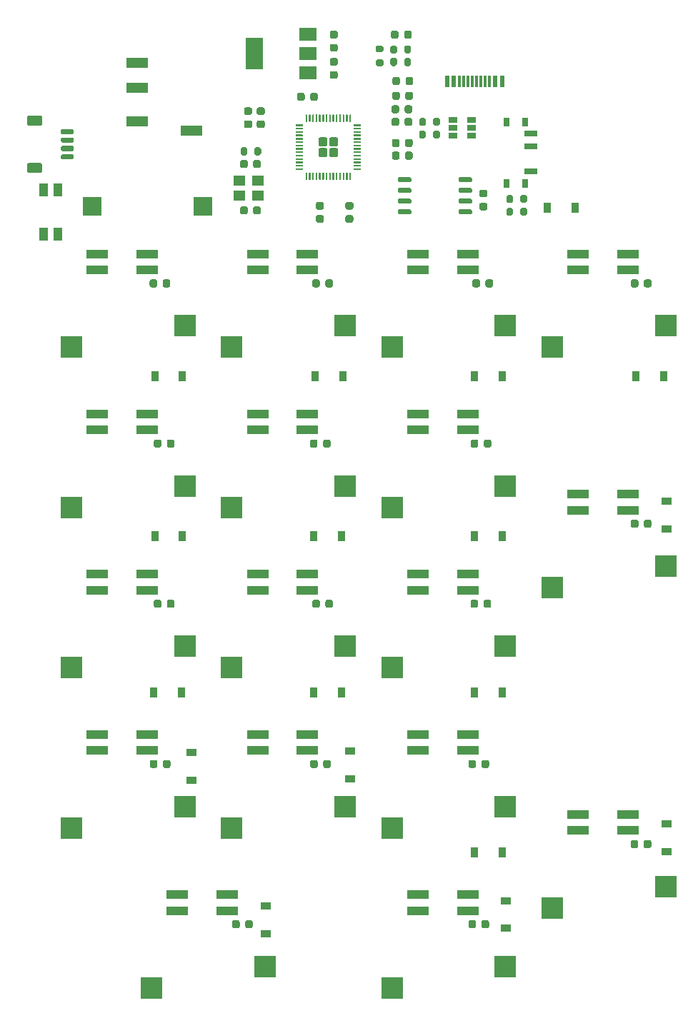
<source format=gbr>
%TF.GenerationSoftware,KiCad,Pcbnew,(5.1.10)-1*%
%TF.CreationDate,2021-11-23T18:56:39-06:00*%
%TF.ProjectId,PyKey18,50794b65-7931-4382-9e6b-696361645f70,1.0*%
%TF.SameCoordinates,Original*%
%TF.FileFunction,Paste,Bot*%
%TF.FilePolarity,Positive*%
%FSLAX46Y46*%
G04 Gerber Fmt 4.6, Leading zero omitted, Abs format (unit mm)*
G04 Created by KiCad (PCBNEW (5.1.10)-1) date 2021-11-23 18:56:39*
%MOMM*%
%LPD*%
G01*
G04 APERTURE LIST*
%ADD10R,1.060000X0.650000*%
%ADD11R,2.500000X1.100000*%
%ADD12R,2.550000X2.500000*%
%ADD13R,2.200000X2.200000*%
%ADD14R,1.400000X1.200000*%
%ADD15R,2.000000X1.500000*%
%ADD16R,2.000000X3.800000*%
%ADD17R,1.000000X1.550000*%
%ADD18R,0.800000X1.000000*%
%ADD19R,1.500000X0.700000*%
%ADD20R,2.500000X1.200000*%
%ADD21R,0.600000X1.450000*%
%ADD22R,0.300000X1.450000*%
%ADD23R,1.200000X0.900000*%
%ADD24R,0.900000X1.200000*%
G04 APERTURE END LIST*
D10*
%TO.C,U104*%
X101170000Y-63040000D03*
X101170000Y-62090000D03*
X101170000Y-63990000D03*
X103370000Y-63990000D03*
X103370000Y-63040000D03*
X103370000Y-62090000D03*
%TD*%
%TO.C,C17*%
G36*
G01*
X104575000Y-157750000D02*
X104575000Y-157250000D01*
G75*
G02*
X104800000Y-157025000I225000J0D01*
G01*
X105250000Y-157025000D01*
G75*
G02*
X105475000Y-157250000I0J-225000D01*
G01*
X105475000Y-157750000D01*
G75*
G02*
X105250000Y-157975000I-225000J0D01*
G01*
X104800000Y-157975000D01*
G75*
G02*
X104575000Y-157750000I0J225000D01*
G01*
G37*
G36*
G01*
X103025000Y-157750000D02*
X103025000Y-157250000D01*
G75*
G02*
X103250000Y-157025000I225000J0D01*
G01*
X103700000Y-157025000D01*
G75*
G02*
X103925000Y-157250000I0J-225000D01*
G01*
X103925000Y-157750000D01*
G75*
G02*
X103700000Y-157975000I-225000J0D01*
G01*
X103250000Y-157975000D01*
G75*
G02*
X103025000Y-157750000I0J225000D01*
G01*
G37*
%TD*%
%TO.C,C16*%
G36*
G01*
X76575000Y-157750000D02*
X76575000Y-157250000D01*
G75*
G02*
X76800000Y-157025000I225000J0D01*
G01*
X77250000Y-157025000D01*
G75*
G02*
X77475000Y-157250000I0J-225000D01*
G01*
X77475000Y-157750000D01*
G75*
G02*
X77250000Y-157975000I-225000J0D01*
G01*
X76800000Y-157975000D01*
G75*
G02*
X76575000Y-157750000I0J225000D01*
G01*
G37*
G36*
G01*
X75025000Y-157750000D02*
X75025000Y-157250000D01*
G75*
G02*
X75250000Y-157025000I225000J0D01*
G01*
X75700000Y-157025000D01*
G75*
G02*
X75925000Y-157250000I0J-225000D01*
G01*
X75925000Y-157750000D01*
G75*
G02*
X75700000Y-157975000I-225000J0D01*
G01*
X75250000Y-157975000D01*
G75*
G02*
X75025000Y-157750000I0J225000D01*
G01*
G37*
%TD*%
%TO.C,C15*%
G36*
G01*
X123800000Y-148250000D02*
X123800000Y-147750000D01*
G75*
G02*
X124025000Y-147525000I225000J0D01*
G01*
X124475000Y-147525000D01*
G75*
G02*
X124700000Y-147750000I0J-225000D01*
G01*
X124700000Y-148250000D01*
G75*
G02*
X124475000Y-148475000I-225000J0D01*
G01*
X124025000Y-148475000D01*
G75*
G02*
X123800000Y-148250000I0J225000D01*
G01*
G37*
G36*
G01*
X122250000Y-148250000D02*
X122250000Y-147750000D01*
G75*
G02*
X122475000Y-147525000I225000J0D01*
G01*
X122925000Y-147525000D01*
G75*
G02*
X123150000Y-147750000I0J-225000D01*
G01*
X123150000Y-148250000D01*
G75*
G02*
X122925000Y-148475000I-225000J0D01*
G01*
X122475000Y-148475000D01*
G75*
G02*
X122250000Y-148250000I0J225000D01*
G01*
G37*
%TD*%
%TO.C,C14*%
G36*
G01*
X104575000Y-138750000D02*
X104575000Y-138250000D01*
G75*
G02*
X104800000Y-138025000I225000J0D01*
G01*
X105250000Y-138025000D01*
G75*
G02*
X105475000Y-138250000I0J-225000D01*
G01*
X105475000Y-138750000D01*
G75*
G02*
X105250000Y-138975000I-225000J0D01*
G01*
X104800000Y-138975000D01*
G75*
G02*
X104575000Y-138750000I0J225000D01*
G01*
G37*
G36*
G01*
X103025000Y-138750000D02*
X103025000Y-138250000D01*
G75*
G02*
X103250000Y-138025000I225000J0D01*
G01*
X103700000Y-138025000D01*
G75*
G02*
X103925000Y-138250000I0J-225000D01*
G01*
X103925000Y-138750000D01*
G75*
G02*
X103700000Y-138975000I-225000J0D01*
G01*
X103250000Y-138975000D01*
G75*
G02*
X103025000Y-138750000I0J225000D01*
G01*
G37*
%TD*%
%TO.C,C13*%
G36*
G01*
X85825000Y-138750000D02*
X85825000Y-138250000D01*
G75*
G02*
X86050000Y-138025000I225000J0D01*
G01*
X86500000Y-138025000D01*
G75*
G02*
X86725000Y-138250000I0J-225000D01*
G01*
X86725000Y-138750000D01*
G75*
G02*
X86500000Y-138975000I-225000J0D01*
G01*
X86050000Y-138975000D01*
G75*
G02*
X85825000Y-138750000I0J225000D01*
G01*
G37*
G36*
G01*
X84275000Y-138750000D02*
X84275000Y-138250000D01*
G75*
G02*
X84500000Y-138025000I225000J0D01*
G01*
X84950000Y-138025000D01*
G75*
G02*
X85175000Y-138250000I0J-225000D01*
G01*
X85175000Y-138750000D01*
G75*
G02*
X84950000Y-138975000I-225000J0D01*
G01*
X84500000Y-138975000D01*
G75*
G02*
X84275000Y-138750000I0J225000D01*
G01*
G37*
%TD*%
%TO.C,C12*%
G36*
G01*
X66825000Y-138750000D02*
X66825000Y-138250000D01*
G75*
G02*
X67050000Y-138025000I225000J0D01*
G01*
X67500000Y-138025000D01*
G75*
G02*
X67725000Y-138250000I0J-225000D01*
G01*
X67725000Y-138750000D01*
G75*
G02*
X67500000Y-138975000I-225000J0D01*
G01*
X67050000Y-138975000D01*
G75*
G02*
X66825000Y-138750000I0J225000D01*
G01*
G37*
G36*
G01*
X65275000Y-138750000D02*
X65275000Y-138250000D01*
G75*
G02*
X65500000Y-138025000I225000J0D01*
G01*
X65950000Y-138025000D01*
G75*
G02*
X66175000Y-138250000I0J-225000D01*
G01*
X66175000Y-138750000D01*
G75*
G02*
X65950000Y-138975000I-225000J0D01*
G01*
X65500000Y-138975000D01*
G75*
G02*
X65275000Y-138750000I0J225000D01*
G01*
G37*
%TD*%
%TO.C,C11*%
G36*
G01*
X123825000Y-110250000D02*
X123825000Y-109750000D01*
G75*
G02*
X124050000Y-109525000I225000J0D01*
G01*
X124500000Y-109525000D01*
G75*
G02*
X124725000Y-109750000I0J-225000D01*
G01*
X124725000Y-110250000D01*
G75*
G02*
X124500000Y-110475000I-225000J0D01*
G01*
X124050000Y-110475000D01*
G75*
G02*
X123825000Y-110250000I0J225000D01*
G01*
G37*
G36*
G01*
X122275000Y-110250000D02*
X122275000Y-109750000D01*
G75*
G02*
X122500000Y-109525000I225000J0D01*
G01*
X122950000Y-109525000D01*
G75*
G02*
X123175000Y-109750000I0J-225000D01*
G01*
X123175000Y-110250000D01*
G75*
G02*
X122950000Y-110475000I-225000J0D01*
G01*
X122500000Y-110475000D01*
G75*
G02*
X122275000Y-110250000I0J225000D01*
G01*
G37*
%TD*%
%TO.C,C10*%
G36*
G01*
X104825000Y-119750000D02*
X104825000Y-119250000D01*
G75*
G02*
X105050000Y-119025000I225000J0D01*
G01*
X105500000Y-119025000D01*
G75*
G02*
X105725000Y-119250000I0J-225000D01*
G01*
X105725000Y-119750000D01*
G75*
G02*
X105500000Y-119975000I-225000J0D01*
G01*
X105050000Y-119975000D01*
G75*
G02*
X104825000Y-119750000I0J225000D01*
G01*
G37*
G36*
G01*
X103275000Y-119750000D02*
X103275000Y-119250000D01*
G75*
G02*
X103500000Y-119025000I225000J0D01*
G01*
X103950000Y-119025000D01*
G75*
G02*
X104175000Y-119250000I0J-225000D01*
G01*
X104175000Y-119750000D01*
G75*
G02*
X103950000Y-119975000I-225000J0D01*
G01*
X103500000Y-119975000D01*
G75*
G02*
X103275000Y-119750000I0J225000D01*
G01*
G37*
%TD*%
%TO.C,C9*%
G36*
G01*
X86075000Y-119750000D02*
X86075000Y-119250000D01*
G75*
G02*
X86300000Y-119025000I225000J0D01*
G01*
X86750000Y-119025000D01*
G75*
G02*
X86975000Y-119250000I0J-225000D01*
G01*
X86975000Y-119750000D01*
G75*
G02*
X86750000Y-119975000I-225000J0D01*
G01*
X86300000Y-119975000D01*
G75*
G02*
X86075000Y-119750000I0J225000D01*
G01*
G37*
G36*
G01*
X84525000Y-119750000D02*
X84525000Y-119250000D01*
G75*
G02*
X84750000Y-119025000I225000J0D01*
G01*
X85200000Y-119025000D01*
G75*
G02*
X85425000Y-119250000I0J-225000D01*
G01*
X85425000Y-119750000D01*
G75*
G02*
X85200000Y-119975000I-225000J0D01*
G01*
X84750000Y-119975000D01*
G75*
G02*
X84525000Y-119750000I0J225000D01*
G01*
G37*
%TD*%
%TO.C,C8*%
G36*
G01*
X67300000Y-119750000D02*
X67300000Y-119250000D01*
G75*
G02*
X67525000Y-119025000I225000J0D01*
G01*
X67975000Y-119025000D01*
G75*
G02*
X68200000Y-119250000I0J-225000D01*
G01*
X68200000Y-119750000D01*
G75*
G02*
X67975000Y-119975000I-225000J0D01*
G01*
X67525000Y-119975000D01*
G75*
G02*
X67300000Y-119750000I0J225000D01*
G01*
G37*
G36*
G01*
X65750000Y-119750000D02*
X65750000Y-119250000D01*
G75*
G02*
X65975000Y-119025000I225000J0D01*
G01*
X66425000Y-119025000D01*
G75*
G02*
X66650000Y-119250000I0J-225000D01*
G01*
X66650000Y-119750000D01*
G75*
G02*
X66425000Y-119975000I-225000J0D01*
G01*
X65975000Y-119975000D01*
G75*
G02*
X65750000Y-119750000I0J225000D01*
G01*
G37*
%TD*%
%TO.C,C7*%
G36*
G01*
X104850000Y-100750000D02*
X104850000Y-100250000D01*
G75*
G02*
X105075000Y-100025000I225000J0D01*
G01*
X105525000Y-100025000D01*
G75*
G02*
X105750000Y-100250000I0J-225000D01*
G01*
X105750000Y-100750000D01*
G75*
G02*
X105525000Y-100975000I-225000J0D01*
G01*
X105075000Y-100975000D01*
G75*
G02*
X104850000Y-100750000I0J225000D01*
G01*
G37*
G36*
G01*
X103300000Y-100750000D02*
X103300000Y-100250000D01*
G75*
G02*
X103525000Y-100025000I225000J0D01*
G01*
X103975000Y-100025000D01*
G75*
G02*
X104200000Y-100250000I0J-225000D01*
G01*
X104200000Y-100750000D01*
G75*
G02*
X103975000Y-100975000I-225000J0D01*
G01*
X103525000Y-100975000D01*
G75*
G02*
X103300000Y-100750000I0J225000D01*
G01*
G37*
%TD*%
%TO.C,C6*%
G36*
G01*
X85800000Y-100750000D02*
X85800000Y-100250000D01*
G75*
G02*
X86025000Y-100025000I225000J0D01*
G01*
X86475000Y-100025000D01*
G75*
G02*
X86700000Y-100250000I0J-225000D01*
G01*
X86700000Y-100750000D01*
G75*
G02*
X86475000Y-100975000I-225000J0D01*
G01*
X86025000Y-100975000D01*
G75*
G02*
X85800000Y-100750000I0J225000D01*
G01*
G37*
G36*
G01*
X84250000Y-100750000D02*
X84250000Y-100250000D01*
G75*
G02*
X84475000Y-100025000I225000J0D01*
G01*
X84925000Y-100025000D01*
G75*
G02*
X85150000Y-100250000I0J-225000D01*
G01*
X85150000Y-100750000D01*
G75*
G02*
X84925000Y-100975000I-225000J0D01*
G01*
X84475000Y-100975000D01*
G75*
G02*
X84250000Y-100750000I0J225000D01*
G01*
G37*
%TD*%
%TO.C,C5*%
G36*
G01*
X67300000Y-100750000D02*
X67300000Y-100250000D01*
G75*
G02*
X67525000Y-100025000I225000J0D01*
G01*
X67975000Y-100025000D01*
G75*
G02*
X68200000Y-100250000I0J-225000D01*
G01*
X68200000Y-100750000D01*
G75*
G02*
X67975000Y-100975000I-225000J0D01*
G01*
X67525000Y-100975000D01*
G75*
G02*
X67300000Y-100750000I0J225000D01*
G01*
G37*
G36*
G01*
X65750000Y-100750000D02*
X65750000Y-100250000D01*
G75*
G02*
X65975000Y-100025000I225000J0D01*
G01*
X66425000Y-100025000D01*
G75*
G02*
X66650000Y-100250000I0J-225000D01*
G01*
X66650000Y-100750000D01*
G75*
G02*
X66425000Y-100975000I-225000J0D01*
G01*
X65975000Y-100975000D01*
G75*
G02*
X65750000Y-100750000I0J225000D01*
G01*
G37*
%TD*%
%TO.C,C4*%
G36*
G01*
X123825000Y-81750000D02*
X123825000Y-81250000D01*
G75*
G02*
X124050000Y-81025000I225000J0D01*
G01*
X124500000Y-81025000D01*
G75*
G02*
X124725000Y-81250000I0J-225000D01*
G01*
X124725000Y-81750000D01*
G75*
G02*
X124500000Y-81975000I-225000J0D01*
G01*
X124050000Y-81975000D01*
G75*
G02*
X123825000Y-81750000I0J225000D01*
G01*
G37*
G36*
G01*
X122275000Y-81750000D02*
X122275000Y-81250000D01*
G75*
G02*
X122500000Y-81025000I225000J0D01*
G01*
X122950000Y-81025000D01*
G75*
G02*
X123175000Y-81250000I0J-225000D01*
G01*
X123175000Y-81750000D01*
G75*
G02*
X122950000Y-81975000I-225000J0D01*
G01*
X122500000Y-81975000D01*
G75*
G02*
X122275000Y-81750000I0J225000D01*
G01*
G37*
%TD*%
%TO.C,C3*%
G36*
G01*
X105050000Y-81750000D02*
X105050000Y-81250000D01*
G75*
G02*
X105275000Y-81025000I225000J0D01*
G01*
X105725000Y-81025000D01*
G75*
G02*
X105950000Y-81250000I0J-225000D01*
G01*
X105950000Y-81750000D01*
G75*
G02*
X105725000Y-81975000I-225000J0D01*
G01*
X105275000Y-81975000D01*
G75*
G02*
X105050000Y-81750000I0J225000D01*
G01*
G37*
G36*
G01*
X103500000Y-81750000D02*
X103500000Y-81250000D01*
G75*
G02*
X103725000Y-81025000I225000J0D01*
G01*
X104175000Y-81025000D01*
G75*
G02*
X104400000Y-81250000I0J-225000D01*
G01*
X104400000Y-81750000D01*
G75*
G02*
X104175000Y-81975000I-225000J0D01*
G01*
X103725000Y-81975000D01*
G75*
G02*
X103500000Y-81750000I0J225000D01*
G01*
G37*
%TD*%
%TO.C,C2*%
G36*
G01*
X86075000Y-81750000D02*
X86075000Y-81250000D01*
G75*
G02*
X86300000Y-81025000I225000J0D01*
G01*
X86750000Y-81025000D01*
G75*
G02*
X86975000Y-81250000I0J-225000D01*
G01*
X86975000Y-81750000D01*
G75*
G02*
X86750000Y-81975000I-225000J0D01*
G01*
X86300000Y-81975000D01*
G75*
G02*
X86075000Y-81750000I0J225000D01*
G01*
G37*
G36*
G01*
X84525000Y-81750000D02*
X84525000Y-81250000D01*
G75*
G02*
X84750000Y-81025000I225000J0D01*
G01*
X85200000Y-81025000D01*
G75*
G02*
X85425000Y-81250000I0J-225000D01*
G01*
X85425000Y-81750000D01*
G75*
G02*
X85200000Y-81975000I-225000J0D01*
G01*
X84750000Y-81975000D01*
G75*
G02*
X84525000Y-81750000I0J225000D01*
G01*
G37*
%TD*%
%TO.C,C1*%
G36*
G01*
X66800000Y-81750000D02*
X66800000Y-81250000D01*
G75*
G02*
X67025000Y-81025000I225000J0D01*
G01*
X67475000Y-81025000D01*
G75*
G02*
X67700000Y-81250000I0J-225000D01*
G01*
X67700000Y-81750000D01*
G75*
G02*
X67475000Y-81975000I-225000J0D01*
G01*
X67025000Y-81975000D01*
G75*
G02*
X66800000Y-81750000I0J225000D01*
G01*
G37*
G36*
G01*
X65250000Y-81750000D02*
X65250000Y-81250000D01*
G75*
G02*
X65475000Y-81025000I225000J0D01*
G01*
X65925000Y-81025000D01*
G75*
G02*
X66150000Y-81250000I0J-225000D01*
G01*
X66150000Y-81750000D01*
G75*
G02*
X65925000Y-81975000I-225000J0D01*
G01*
X65475000Y-81975000D01*
G75*
G02*
X65250000Y-81750000I0J225000D01*
G01*
G37*
%TD*%
D11*
%TO.C,U16*%
X116050000Y-144500000D03*
X116050000Y-146400000D03*
X121950000Y-144500000D03*
X121950000Y-146400000D03*
D12*
X112985000Y-155580000D03*
X126410000Y-153040000D03*
%TD*%
D11*
%TO.C,U12*%
X116050000Y-106500000D03*
X116050000Y-108400000D03*
X121950000Y-106500000D03*
X121950000Y-108400000D03*
D12*
X112985000Y-117580000D03*
X126410000Y-115040000D03*
%TD*%
D11*
%TO.C,U17*%
X68550000Y-154000000D03*
X68550000Y-155900000D03*
X74450000Y-154000000D03*
X74450000Y-155900000D03*
D12*
X65485000Y-165080000D03*
X78910000Y-162540000D03*
%TD*%
D11*
%TO.C,U3*%
X97050000Y-78000000D03*
X97050000Y-79900000D03*
X102950000Y-78000000D03*
X102950000Y-79900000D03*
D12*
X93985000Y-89080000D03*
X107410000Y-86540000D03*
%TD*%
D13*
%TO.C,LS1*%
X71600000Y-72390000D03*
X58400000Y-72390000D03*
%TD*%
D14*
%TO.C,Y1*%
X78119999Y-69349999D03*
X75919999Y-69349999D03*
X75919999Y-71049999D03*
X78119999Y-71049999D03*
%TD*%
D15*
%TO.C,U103*%
X83969999Y-51950002D03*
X83969999Y-56550002D03*
X83969999Y-54250002D03*
D16*
X77669999Y-54250002D03*
%TD*%
%TO.C,U102*%
G36*
G01*
X101860000Y-73175000D02*
X101860000Y-72875000D01*
G75*
G02*
X102010000Y-72725000I150000J0D01*
G01*
X103310000Y-72725000D01*
G75*
G02*
X103460000Y-72875000I0J-150000D01*
G01*
X103460000Y-73175000D01*
G75*
G02*
X103310000Y-73325000I-150000J0D01*
G01*
X102010000Y-73325000D01*
G75*
G02*
X101860000Y-73175000I0J150000D01*
G01*
G37*
G36*
G01*
X101860000Y-71905000D02*
X101860000Y-71605000D01*
G75*
G02*
X102010000Y-71455000I150000J0D01*
G01*
X103310000Y-71455000D01*
G75*
G02*
X103460000Y-71605000I0J-150000D01*
G01*
X103460000Y-71905000D01*
G75*
G02*
X103310000Y-72055000I-150000J0D01*
G01*
X102010000Y-72055000D01*
G75*
G02*
X101860000Y-71905000I0J150000D01*
G01*
G37*
G36*
G01*
X101860000Y-70635000D02*
X101860000Y-70335000D01*
G75*
G02*
X102010000Y-70185000I150000J0D01*
G01*
X103310000Y-70185000D01*
G75*
G02*
X103460000Y-70335000I0J-150000D01*
G01*
X103460000Y-70635000D01*
G75*
G02*
X103310000Y-70785000I-150000J0D01*
G01*
X102010000Y-70785000D01*
G75*
G02*
X101860000Y-70635000I0J150000D01*
G01*
G37*
G36*
G01*
X101860000Y-69365000D02*
X101860000Y-69065000D01*
G75*
G02*
X102010000Y-68915000I150000J0D01*
G01*
X103310000Y-68915000D01*
G75*
G02*
X103460000Y-69065000I0J-150000D01*
G01*
X103460000Y-69365000D01*
G75*
G02*
X103310000Y-69515000I-150000J0D01*
G01*
X102010000Y-69515000D01*
G75*
G02*
X101860000Y-69365000I0J150000D01*
G01*
G37*
G36*
G01*
X94660000Y-69365000D02*
X94660000Y-69065000D01*
G75*
G02*
X94810000Y-68915000I150000J0D01*
G01*
X96110000Y-68915000D01*
G75*
G02*
X96260000Y-69065000I0J-150000D01*
G01*
X96260000Y-69365000D01*
G75*
G02*
X96110000Y-69515000I-150000J0D01*
G01*
X94810000Y-69515000D01*
G75*
G02*
X94660000Y-69365000I0J150000D01*
G01*
G37*
G36*
G01*
X94660000Y-70635000D02*
X94660000Y-70335000D01*
G75*
G02*
X94810000Y-70185000I150000J0D01*
G01*
X96110000Y-70185000D01*
G75*
G02*
X96260000Y-70335000I0J-150000D01*
G01*
X96260000Y-70635000D01*
G75*
G02*
X96110000Y-70785000I-150000J0D01*
G01*
X94810000Y-70785000D01*
G75*
G02*
X94660000Y-70635000I0J150000D01*
G01*
G37*
G36*
G01*
X94660000Y-71905000D02*
X94660000Y-71605000D01*
G75*
G02*
X94810000Y-71455000I150000J0D01*
G01*
X96110000Y-71455000D01*
G75*
G02*
X96260000Y-71605000I0J-150000D01*
G01*
X96260000Y-71905000D01*
G75*
G02*
X96110000Y-72055000I-150000J0D01*
G01*
X94810000Y-72055000D01*
G75*
G02*
X94660000Y-71905000I0J150000D01*
G01*
G37*
G36*
G01*
X94660000Y-73175000D02*
X94660000Y-72875000D01*
G75*
G02*
X94810000Y-72725000I150000J0D01*
G01*
X96110000Y-72725000D01*
G75*
G02*
X96260000Y-72875000I0J-150000D01*
G01*
X96260000Y-73175000D01*
G75*
G02*
X96110000Y-73325000I-150000J0D01*
G01*
X94810000Y-73325000D01*
G75*
G02*
X94660000Y-73175000I0J150000D01*
G01*
G37*
%TD*%
%TO.C,U101*%
G36*
G01*
X87349718Y-66529714D02*
X86765284Y-66529714D01*
G75*
G02*
X86515284Y-66279714I0J250000D01*
G01*
X86515284Y-65695280D01*
G75*
G02*
X86765284Y-65445280I250000J0D01*
G01*
X87349718Y-65445280D01*
G75*
G02*
X87599718Y-65695280I0J-250000D01*
G01*
X87599718Y-66279714D01*
G75*
G02*
X87349718Y-66529714I-250000J0D01*
G01*
G37*
G36*
G01*
X86074718Y-66529714D02*
X85490284Y-66529714D01*
G75*
G02*
X85240284Y-66279714I0J250000D01*
G01*
X85240284Y-65695280D01*
G75*
G02*
X85490284Y-65445280I250000J0D01*
G01*
X86074718Y-65445280D01*
G75*
G02*
X86324718Y-65695280I0J-250000D01*
G01*
X86324718Y-66279714D01*
G75*
G02*
X86074718Y-66529714I-250000J0D01*
G01*
G37*
G36*
G01*
X87349718Y-65254714D02*
X86765284Y-65254714D01*
G75*
G02*
X86515284Y-65004714I0J250000D01*
G01*
X86515284Y-64420280D01*
G75*
G02*
X86765284Y-64170280I250000J0D01*
G01*
X87349718Y-64170280D01*
G75*
G02*
X87599718Y-64420280I0J-250000D01*
G01*
X87599718Y-65004714D01*
G75*
G02*
X87349718Y-65254714I-250000J0D01*
G01*
G37*
G36*
G01*
X86074718Y-65254714D02*
X85490284Y-65254714D01*
G75*
G02*
X85240284Y-65004714I0J250000D01*
G01*
X85240284Y-64420280D01*
G75*
G02*
X85490284Y-64170280I250000J0D01*
G01*
X86074718Y-64170280D01*
G75*
G02*
X86324718Y-64420280I0J-250000D01*
G01*
X86324718Y-65004714D01*
G75*
G02*
X86074718Y-65254714I-250000J0D01*
G01*
G37*
G36*
G01*
X89070001Y-69224997D02*
X88970001Y-69224997D01*
G75*
G02*
X88920001Y-69174997I0J50000D01*
G01*
X88920001Y-68399997D01*
G75*
G02*
X88970001Y-68349997I50000J0D01*
G01*
X89070001Y-68349997D01*
G75*
G02*
X89120001Y-68399997I0J-50000D01*
G01*
X89120001Y-69174997D01*
G75*
G02*
X89070001Y-69224997I-50000J0D01*
G01*
G37*
G36*
G01*
X88670001Y-69224997D02*
X88570001Y-69224997D01*
G75*
G02*
X88520001Y-69174997I0J50000D01*
G01*
X88520001Y-68399997D01*
G75*
G02*
X88570001Y-68349997I50000J0D01*
G01*
X88670001Y-68349997D01*
G75*
G02*
X88720001Y-68399997I0J-50000D01*
G01*
X88720001Y-69174997D01*
G75*
G02*
X88670001Y-69224997I-50000J0D01*
G01*
G37*
G36*
G01*
X88270001Y-69224997D02*
X88170001Y-69224997D01*
G75*
G02*
X88120001Y-69174997I0J50000D01*
G01*
X88120001Y-68399997D01*
G75*
G02*
X88170001Y-68349997I50000J0D01*
G01*
X88270001Y-68349997D01*
G75*
G02*
X88320001Y-68399997I0J-50000D01*
G01*
X88320001Y-69174997D01*
G75*
G02*
X88270001Y-69224997I-50000J0D01*
G01*
G37*
G36*
G01*
X87870001Y-69224997D02*
X87770001Y-69224997D01*
G75*
G02*
X87720001Y-69174997I0J50000D01*
G01*
X87720001Y-68399997D01*
G75*
G02*
X87770001Y-68349997I50000J0D01*
G01*
X87870001Y-68349997D01*
G75*
G02*
X87920001Y-68399997I0J-50000D01*
G01*
X87920001Y-69174997D01*
G75*
G02*
X87870001Y-69224997I-50000J0D01*
G01*
G37*
G36*
G01*
X87470001Y-69224997D02*
X87370001Y-69224997D01*
G75*
G02*
X87320001Y-69174997I0J50000D01*
G01*
X87320001Y-68399997D01*
G75*
G02*
X87370001Y-68349997I50000J0D01*
G01*
X87470001Y-68349997D01*
G75*
G02*
X87520001Y-68399997I0J-50000D01*
G01*
X87520001Y-69174997D01*
G75*
G02*
X87470001Y-69224997I-50000J0D01*
G01*
G37*
G36*
G01*
X87070001Y-69224997D02*
X86970001Y-69224997D01*
G75*
G02*
X86920001Y-69174997I0J50000D01*
G01*
X86920001Y-68399997D01*
G75*
G02*
X86970001Y-68349997I50000J0D01*
G01*
X87070001Y-68349997D01*
G75*
G02*
X87120001Y-68399997I0J-50000D01*
G01*
X87120001Y-69174997D01*
G75*
G02*
X87070001Y-69224997I-50000J0D01*
G01*
G37*
G36*
G01*
X86670001Y-69224997D02*
X86570001Y-69224997D01*
G75*
G02*
X86520001Y-69174997I0J50000D01*
G01*
X86520001Y-68399997D01*
G75*
G02*
X86570001Y-68349997I50000J0D01*
G01*
X86670001Y-68349997D01*
G75*
G02*
X86720001Y-68399997I0J-50000D01*
G01*
X86720001Y-69174997D01*
G75*
G02*
X86670001Y-69224997I-50000J0D01*
G01*
G37*
G36*
G01*
X86270001Y-69224997D02*
X86170001Y-69224997D01*
G75*
G02*
X86120001Y-69174997I0J50000D01*
G01*
X86120001Y-68399997D01*
G75*
G02*
X86170001Y-68349997I50000J0D01*
G01*
X86270001Y-68349997D01*
G75*
G02*
X86320001Y-68399997I0J-50000D01*
G01*
X86320001Y-69174997D01*
G75*
G02*
X86270001Y-69224997I-50000J0D01*
G01*
G37*
G36*
G01*
X85870001Y-69224997D02*
X85770001Y-69224997D01*
G75*
G02*
X85720001Y-69174997I0J50000D01*
G01*
X85720001Y-68399997D01*
G75*
G02*
X85770001Y-68349997I50000J0D01*
G01*
X85870001Y-68349997D01*
G75*
G02*
X85920001Y-68399997I0J-50000D01*
G01*
X85920001Y-69174997D01*
G75*
G02*
X85870001Y-69224997I-50000J0D01*
G01*
G37*
G36*
G01*
X85470001Y-69224997D02*
X85370001Y-69224997D01*
G75*
G02*
X85320001Y-69174997I0J50000D01*
G01*
X85320001Y-68399997D01*
G75*
G02*
X85370001Y-68349997I50000J0D01*
G01*
X85470001Y-68349997D01*
G75*
G02*
X85520001Y-68399997I0J-50000D01*
G01*
X85520001Y-69174997D01*
G75*
G02*
X85470001Y-69224997I-50000J0D01*
G01*
G37*
G36*
G01*
X85070001Y-69224997D02*
X84970001Y-69224997D01*
G75*
G02*
X84920001Y-69174997I0J50000D01*
G01*
X84920001Y-68399997D01*
G75*
G02*
X84970001Y-68349997I50000J0D01*
G01*
X85070001Y-68349997D01*
G75*
G02*
X85120001Y-68399997I0J-50000D01*
G01*
X85120001Y-69174997D01*
G75*
G02*
X85070001Y-69224997I-50000J0D01*
G01*
G37*
G36*
G01*
X84670001Y-69224997D02*
X84570001Y-69224997D01*
G75*
G02*
X84520001Y-69174997I0J50000D01*
G01*
X84520001Y-68399997D01*
G75*
G02*
X84570001Y-68349997I50000J0D01*
G01*
X84670001Y-68349997D01*
G75*
G02*
X84720001Y-68399997I0J-50000D01*
G01*
X84720001Y-69174997D01*
G75*
G02*
X84670001Y-69224997I-50000J0D01*
G01*
G37*
G36*
G01*
X84270001Y-69224997D02*
X84170001Y-69224997D01*
G75*
G02*
X84120001Y-69174997I0J50000D01*
G01*
X84120001Y-68399997D01*
G75*
G02*
X84170001Y-68349997I50000J0D01*
G01*
X84270001Y-68349997D01*
G75*
G02*
X84320001Y-68399997I0J-50000D01*
G01*
X84320001Y-69174997D01*
G75*
G02*
X84270001Y-69224997I-50000J0D01*
G01*
G37*
G36*
G01*
X83870001Y-69224997D02*
X83770001Y-69224997D01*
G75*
G02*
X83720001Y-69174997I0J50000D01*
G01*
X83720001Y-68399997D01*
G75*
G02*
X83770001Y-68349997I50000J0D01*
G01*
X83870001Y-68349997D01*
G75*
G02*
X83920001Y-68399997I0J-50000D01*
G01*
X83920001Y-69174997D01*
G75*
G02*
X83870001Y-69224997I-50000J0D01*
G01*
G37*
G36*
G01*
X83370001Y-68049997D02*
X82595001Y-68049997D01*
G75*
G02*
X82545001Y-67999997I0J50000D01*
G01*
X82545001Y-67899997D01*
G75*
G02*
X82595001Y-67849997I50000J0D01*
G01*
X83370001Y-67849997D01*
G75*
G02*
X83420001Y-67899997I0J-50000D01*
G01*
X83420001Y-67999997D01*
G75*
G02*
X83370001Y-68049997I-50000J0D01*
G01*
G37*
G36*
G01*
X83370001Y-67649997D02*
X82595001Y-67649997D01*
G75*
G02*
X82545001Y-67599997I0J50000D01*
G01*
X82545001Y-67499997D01*
G75*
G02*
X82595001Y-67449997I50000J0D01*
G01*
X83370001Y-67449997D01*
G75*
G02*
X83420001Y-67499997I0J-50000D01*
G01*
X83420001Y-67599997D01*
G75*
G02*
X83370001Y-67649997I-50000J0D01*
G01*
G37*
G36*
G01*
X83370001Y-67249997D02*
X82595001Y-67249997D01*
G75*
G02*
X82545001Y-67199997I0J50000D01*
G01*
X82545001Y-67099997D01*
G75*
G02*
X82595001Y-67049997I50000J0D01*
G01*
X83370001Y-67049997D01*
G75*
G02*
X83420001Y-67099997I0J-50000D01*
G01*
X83420001Y-67199997D01*
G75*
G02*
X83370001Y-67249997I-50000J0D01*
G01*
G37*
G36*
G01*
X83370001Y-66849997D02*
X82595001Y-66849997D01*
G75*
G02*
X82545001Y-66799997I0J50000D01*
G01*
X82545001Y-66699997D01*
G75*
G02*
X82595001Y-66649997I50000J0D01*
G01*
X83370001Y-66649997D01*
G75*
G02*
X83420001Y-66699997I0J-50000D01*
G01*
X83420001Y-66799997D01*
G75*
G02*
X83370001Y-66849997I-50000J0D01*
G01*
G37*
G36*
G01*
X83370001Y-66449997D02*
X82595001Y-66449997D01*
G75*
G02*
X82545001Y-66399997I0J50000D01*
G01*
X82545001Y-66299997D01*
G75*
G02*
X82595001Y-66249997I50000J0D01*
G01*
X83370001Y-66249997D01*
G75*
G02*
X83420001Y-66299997I0J-50000D01*
G01*
X83420001Y-66399997D01*
G75*
G02*
X83370001Y-66449997I-50000J0D01*
G01*
G37*
G36*
G01*
X83370001Y-66049997D02*
X82595001Y-66049997D01*
G75*
G02*
X82545001Y-65999997I0J50000D01*
G01*
X82545001Y-65899997D01*
G75*
G02*
X82595001Y-65849997I50000J0D01*
G01*
X83370001Y-65849997D01*
G75*
G02*
X83420001Y-65899997I0J-50000D01*
G01*
X83420001Y-65999997D01*
G75*
G02*
X83370001Y-66049997I-50000J0D01*
G01*
G37*
G36*
G01*
X83370001Y-65649997D02*
X82595001Y-65649997D01*
G75*
G02*
X82545001Y-65599997I0J50000D01*
G01*
X82545001Y-65499997D01*
G75*
G02*
X82595001Y-65449997I50000J0D01*
G01*
X83370001Y-65449997D01*
G75*
G02*
X83420001Y-65499997I0J-50000D01*
G01*
X83420001Y-65599997D01*
G75*
G02*
X83370001Y-65649997I-50000J0D01*
G01*
G37*
G36*
G01*
X83370001Y-65249997D02*
X82595001Y-65249997D01*
G75*
G02*
X82545001Y-65199997I0J50000D01*
G01*
X82545001Y-65099997D01*
G75*
G02*
X82595001Y-65049997I50000J0D01*
G01*
X83370001Y-65049997D01*
G75*
G02*
X83420001Y-65099997I0J-50000D01*
G01*
X83420001Y-65199997D01*
G75*
G02*
X83370001Y-65249997I-50000J0D01*
G01*
G37*
G36*
G01*
X83370001Y-64849997D02*
X82595001Y-64849997D01*
G75*
G02*
X82545001Y-64799997I0J50000D01*
G01*
X82545001Y-64699997D01*
G75*
G02*
X82595001Y-64649997I50000J0D01*
G01*
X83370001Y-64649997D01*
G75*
G02*
X83420001Y-64699997I0J-50000D01*
G01*
X83420001Y-64799997D01*
G75*
G02*
X83370001Y-64849997I-50000J0D01*
G01*
G37*
G36*
G01*
X83370001Y-64449997D02*
X82595001Y-64449997D01*
G75*
G02*
X82545001Y-64399997I0J50000D01*
G01*
X82545001Y-64299997D01*
G75*
G02*
X82595001Y-64249997I50000J0D01*
G01*
X83370001Y-64249997D01*
G75*
G02*
X83420001Y-64299997I0J-50000D01*
G01*
X83420001Y-64399997D01*
G75*
G02*
X83370001Y-64449997I-50000J0D01*
G01*
G37*
G36*
G01*
X83370001Y-64049997D02*
X82595001Y-64049997D01*
G75*
G02*
X82545001Y-63999997I0J50000D01*
G01*
X82545001Y-63899997D01*
G75*
G02*
X82595001Y-63849997I50000J0D01*
G01*
X83370001Y-63849997D01*
G75*
G02*
X83420001Y-63899997I0J-50000D01*
G01*
X83420001Y-63999997D01*
G75*
G02*
X83370001Y-64049997I-50000J0D01*
G01*
G37*
G36*
G01*
X83370001Y-63649997D02*
X82595001Y-63649997D01*
G75*
G02*
X82545001Y-63599997I0J50000D01*
G01*
X82545001Y-63499997D01*
G75*
G02*
X82595001Y-63449997I50000J0D01*
G01*
X83370001Y-63449997D01*
G75*
G02*
X83420001Y-63499997I0J-50000D01*
G01*
X83420001Y-63599997D01*
G75*
G02*
X83370001Y-63649997I-50000J0D01*
G01*
G37*
G36*
G01*
X83370001Y-63249997D02*
X82595001Y-63249997D01*
G75*
G02*
X82545001Y-63199997I0J50000D01*
G01*
X82545001Y-63099997D01*
G75*
G02*
X82595001Y-63049997I50000J0D01*
G01*
X83370001Y-63049997D01*
G75*
G02*
X83420001Y-63099997I0J-50000D01*
G01*
X83420001Y-63199997D01*
G75*
G02*
X83370001Y-63249997I-50000J0D01*
G01*
G37*
G36*
G01*
X83370001Y-62849997D02*
X82595001Y-62849997D01*
G75*
G02*
X82545001Y-62799997I0J50000D01*
G01*
X82545001Y-62699997D01*
G75*
G02*
X82595001Y-62649997I50000J0D01*
G01*
X83370001Y-62649997D01*
G75*
G02*
X83420001Y-62699997I0J-50000D01*
G01*
X83420001Y-62799997D01*
G75*
G02*
X83370001Y-62849997I-50000J0D01*
G01*
G37*
G36*
G01*
X83870001Y-62349997D02*
X83770001Y-62349997D01*
G75*
G02*
X83720001Y-62299997I0J50000D01*
G01*
X83720001Y-61524997D01*
G75*
G02*
X83770001Y-61474997I50000J0D01*
G01*
X83870001Y-61474997D01*
G75*
G02*
X83920001Y-61524997I0J-50000D01*
G01*
X83920001Y-62299997D01*
G75*
G02*
X83870001Y-62349997I-50000J0D01*
G01*
G37*
G36*
G01*
X84270001Y-62349997D02*
X84170001Y-62349997D01*
G75*
G02*
X84120001Y-62299997I0J50000D01*
G01*
X84120001Y-61524997D01*
G75*
G02*
X84170001Y-61474997I50000J0D01*
G01*
X84270001Y-61474997D01*
G75*
G02*
X84320001Y-61524997I0J-50000D01*
G01*
X84320001Y-62299997D01*
G75*
G02*
X84270001Y-62349997I-50000J0D01*
G01*
G37*
G36*
G01*
X84670001Y-62349997D02*
X84570001Y-62349997D01*
G75*
G02*
X84520001Y-62299997I0J50000D01*
G01*
X84520001Y-61524997D01*
G75*
G02*
X84570001Y-61474997I50000J0D01*
G01*
X84670001Y-61474997D01*
G75*
G02*
X84720001Y-61524997I0J-50000D01*
G01*
X84720001Y-62299997D01*
G75*
G02*
X84670001Y-62349997I-50000J0D01*
G01*
G37*
G36*
G01*
X85070001Y-62349997D02*
X84970001Y-62349997D01*
G75*
G02*
X84920001Y-62299997I0J50000D01*
G01*
X84920001Y-61524997D01*
G75*
G02*
X84970001Y-61474997I50000J0D01*
G01*
X85070001Y-61474997D01*
G75*
G02*
X85120001Y-61524997I0J-50000D01*
G01*
X85120001Y-62299997D01*
G75*
G02*
X85070001Y-62349997I-50000J0D01*
G01*
G37*
G36*
G01*
X85470001Y-62349997D02*
X85370001Y-62349997D01*
G75*
G02*
X85320001Y-62299997I0J50000D01*
G01*
X85320001Y-61524997D01*
G75*
G02*
X85370001Y-61474997I50000J0D01*
G01*
X85470001Y-61474997D01*
G75*
G02*
X85520001Y-61524997I0J-50000D01*
G01*
X85520001Y-62299997D01*
G75*
G02*
X85470001Y-62349997I-50000J0D01*
G01*
G37*
G36*
G01*
X85870001Y-62349997D02*
X85770001Y-62349997D01*
G75*
G02*
X85720001Y-62299997I0J50000D01*
G01*
X85720001Y-61524997D01*
G75*
G02*
X85770001Y-61474997I50000J0D01*
G01*
X85870001Y-61474997D01*
G75*
G02*
X85920001Y-61524997I0J-50000D01*
G01*
X85920001Y-62299997D01*
G75*
G02*
X85870001Y-62349997I-50000J0D01*
G01*
G37*
G36*
G01*
X86270001Y-62349997D02*
X86170001Y-62349997D01*
G75*
G02*
X86120001Y-62299997I0J50000D01*
G01*
X86120001Y-61524997D01*
G75*
G02*
X86170001Y-61474997I50000J0D01*
G01*
X86270001Y-61474997D01*
G75*
G02*
X86320001Y-61524997I0J-50000D01*
G01*
X86320001Y-62299997D01*
G75*
G02*
X86270001Y-62349997I-50000J0D01*
G01*
G37*
G36*
G01*
X86670001Y-62349997D02*
X86570001Y-62349997D01*
G75*
G02*
X86520001Y-62299997I0J50000D01*
G01*
X86520001Y-61524997D01*
G75*
G02*
X86570001Y-61474997I50000J0D01*
G01*
X86670001Y-61474997D01*
G75*
G02*
X86720001Y-61524997I0J-50000D01*
G01*
X86720001Y-62299997D01*
G75*
G02*
X86670001Y-62349997I-50000J0D01*
G01*
G37*
G36*
G01*
X87070001Y-62349997D02*
X86970001Y-62349997D01*
G75*
G02*
X86920001Y-62299997I0J50000D01*
G01*
X86920001Y-61524997D01*
G75*
G02*
X86970001Y-61474997I50000J0D01*
G01*
X87070001Y-61474997D01*
G75*
G02*
X87120001Y-61524997I0J-50000D01*
G01*
X87120001Y-62299997D01*
G75*
G02*
X87070001Y-62349997I-50000J0D01*
G01*
G37*
G36*
G01*
X87470001Y-62349997D02*
X87370001Y-62349997D01*
G75*
G02*
X87320001Y-62299997I0J50000D01*
G01*
X87320001Y-61524997D01*
G75*
G02*
X87370001Y-61474997I50000J0D01*
G01*
X87470001Y-61474997D01*
G75*
G02*
X87520001Y-61524997I0J-50000D01*
G01*
X87520001Y-62299997D01*
G75*
G02*
X87470001Y-62349997I-50000J0D01*
G01*
G37*
G36*
G01*
X87870001Y-62349997D02*
X87770001Y-62349997D01*
G75*
G02*
X87720001Y-62299997I0J50000D01*
G01*
X87720001Y-61524997D01*
G75*
G02*
X87770001Y-61474997I50000J0D01*
G01*
X87870001Y-61474997D01*
G75*
G02*
X87920001Y-61524997I0J-50000D01*
G01*
X87920001Y-62299997D01*
G75*
G02*
X87870001Y-62349997I-50000J0D01*
G01*
G37*
G36*
G01*
X88270001Y-62349997D02*
X88170001Y-62349997D01*
G75*
G02*
X88120001Y-62299997I0J50000D01*
G01*
X88120001Y-61524997D01*
G75*
G02*
X88170001Y-61474997I50000J0D01*
G01*
X88270001Y-61474997D01*
G75*
G02*
X88320001Y-61524997I0J-50000D01*
G01*
X88320001Y-62299997D01*
G75*
G02*
X88270001Y-62349997I-50000J0D01*
G01*
G37*
G36*
G01*
X88670001Y-62349997D02*
X88570001Y-62349997D01*
G75*
G02*
X88520001Y-62299997I0J50000D01*
G01*
X88520001Y-61524997D01*
G75*
G02*
X88570001Y-61474997I50000J0D01*
G01*
X88670001Y-61474997D01*
G75*
G02*
X88720001Y-61524997I0J-50000D01*
G01*
X88720001Y-62299997D01*
G75*
G02*
X88670001Y-62349997I-50000J0D01*
G01*
G37*
G36*
G01*
X89070001Y-62349997D02*
X88970001Y-62349997D01*
G75*
G02*
X88920001Y-62299997I0J50000D01*
G01*
X88920001Y-61524997D01*
G75*
G02*
X88970001Y-61474997I50000J0D01*
G01*
X89070001Y-61474997D01*
G75*
G02*
X89120001Y-61524997I0J-50000D01*
G01*
X89120001Y-62299997D01*
G75*
G02*
X89070001Y-62349997I-50000J0D01*
G01*
G37*
G36*
G01*
X90245001Y-62849997D02*
X89470001Y-62849997D01*
G75*
G02*
X89420001Y-62799997I0J50000D01*
G01*
X89420001Y-62699997D01*
G75*
G02*
X89470001Y-62649997I50000J0D01*
G01*
X90245001Y-62649997D01*
G75*
G02*
X90295001Y-62699997I0J-50000D01*
G01*
X90295001Y-62799997D01*
G75*
G02*
X90245001Y-62849997I-50000J0D01*
G01*
G37*
G36*
G01*
X90245001Y-63249997D02*
X89470001Y-63249997D01*
G75*
G02*
X89420001Y-63199997I0J50000D01*
G01*
X89420001Y-63099997D01*
G75*
G02*
X89470001Y-63049997I50000J0D01*
G01*
X90245001Y-63049997D01*
G75*
G02*
X90295001Y-63099997I0J-50000D01*
G01*
X90295001Y-63199997D01*
G75*
G02*
X90245001Y-63249997I-50000J0D01*
G01*
G37*
G36*
G01*
X90245001Y-63649997D02*
X89470001Y-63649997D01*
G75*
G02*
X89420001Y-63599997I0J50000D01*
G01*
X89420001Y-63499997D01*
G75*
G02*
X89470001Y-63449997I50000J0D01*
G01*
X90245001Y-63449997D01*
G75*
G02*
X90295001Y-63499997I0J-50000D01*
G01*
X90295001Y-63599997D01*
G75*
G02*
X90245001Y-63649997I-50000J0D01*
G01*
G37*
G36*
G01*
X90245001Y-64049997D02*
X89470001Y-64049997D01*
G75*
G02*
X89420001Y-63999997I0J50000D01*
G01*
X89420001Y-63899997D01*
G75*
G02*
X89470001Y-63849997I50000J0D01*
G01*
X90245001Y-63849997D01*
G75*
G02*
X90295001Y-63899997I0J-50000D01*
G01*
X90295001Y-63999997D01*
G75*
G02*
X90245001Y-64049997I-50000J0D01*
G01*
G37*
G36*
G01*
X90245001Y-64449997D02*
X89470001Y-64449997D01*
G75*
G02*
X89420001Y-64399997I0J50000D01*
G01*
X89420001Y-64299997D01*
G75*
G02*
X89470001Y-64249997I50000J0D01*
G01*
X90245001Y-64249997D01*
G75*
G02*
X90295001Y-64299997I0J-50000D01*
G01*
X90295001Y-64399997D01*
G75*
G02*
X90245001Y-64449997I-50000J0D01*
G01*
G37*
G36*
G01*
X90245001Y-64849997D02*
X89470001Y-64849997D01*
G75*
G02*
X89420001Y-64799997I0J50000D01*
G01*
X89420001Y-64699997D01*
G75*
G02*
X89470001Y-64649997I50000J0D01*
G01*
X90245001Y-64649997D01*
G75*
G02*
X90295001Y-64699997I0J-50000D01*
G01*
X90295001Y-64799997D01*
G75*
G02*
X90245001Y-64849997I-50000J0D01*
G01*
G37*
G36*
G01*
X90245001Y-65249997D02*
X89470001Y-65249997D01*
G75*
G02*
X89420001Y-65199997I0J50000D01*
G01*
X89420001Y-65099997D01*
G75*
G02*
X89470001Y-65049997I50000J0D01*
G01*
X90245001Y-65049997D01*
G75*
G02*
X90295001Y-65099997I0J-50000D01*
G01*
X90295001Y-65199997D01*
G75*
G02*
X90245001Y-65249997I-50000J0D01*
G01*
G37*
G36*
G01*
X90245001Y-65649997D02*
X89470001Y-65649997D01*
G75*
G02*
X89420001Y-65599997I0J50000D01*
G01*
X89420001Y-65499997D01*
G75*
G02*
X89470001Y-65449997I50000J0D01*
G01*
X90245001Y-65449997D01*
G75*
G02*
X90295001Y-65499997I0J-50000D01*
G01*
X90295001Y-65599997D01*
G75*
G02*
X90245001Y-65649997I-50000J0D01*
G01*
G37*
G36*
G01*
X90245001Y-66049997D02*
X89470001Y-66049997D01*
G75*
G02*
X89420001Y-65999997I0J50000D01*
G01*
X89420001Y-65899997D01*
G75*
G02*
X89470001Y-65849997I50000J0D01*
G01*
X90245001Y-65849997D01*
G75*
G02*
X90295001Y-65899997I0J-50000D01*
G01*
X90295001Y-65999997D01*
G75*
G02*
X90245001Y-66049997I-50000J0D01*
G01*
G37*
G36*
G01*
X90245001Y-66449997D02*
X89470001Y-66449997D01*
G75*
G02*
X89420001Y-66399997I0J50000D01*
G01*
X89420001Y-66299997D01*
G75*
G02*
X89470001Y-66249997I50000J0D01*
G01*
X90245001Y-66249997D01*
G75*
G02*
X90295001Y-66299997I0J-50000D01*
G01*
X90295001Y-66399997D01*
G75*
G02*
X90245001Y-66449997I-50000J0D01*
G01*
G37*
G36*
G01*
X90245001Y-66849997D02*
X89470001Y-66849997D01*
G75*
G02*
X89420001Y-66799997I0J50000D01*
G01*
X89420001Y-66699997D01*
G75*
G02*
X89470001Y-66649997I50000J0D01*
G01*
X90245001Y-66649997D01*
G75*
G02*
X90295001Y-66699997I0J-50000D01*
G01*
X90295001Y-66799997D01*
G75*
G02*
X90245001Y-66849997I-50000J0D01*
G01*
G37*
G36*
G01*
X90245001Y-67249997D02*
X89470001Y-67249997D01*
G75*
G02*
X89420001Y-67199997I0J50000D01*
G01*
X89420001Y-67099997D01*
G75*
G02*
X89470001Y-67049997I50000J0D01*
G01*
X90245001Y-67049997D01*
G75*
G02*
X90295001Y-67099997I0J-50000D01*
G01*
X90295001Y-67199997D01*
G75*
G02*
X90245001Y-67249997I-50000J0D01*
G01*
G37*
G36*
G01*
X90245001Y-67649997D02*
X89470001Y-67649997D01*
G75*
G02*
X89420001Y-67599997I0J50000D01*
G01*
X89420001Y-67499997D01*
G75*
G02*
X89470001Y-67449997I50000J0D01*
G01*
X90245001Y-67449997D01*
G75*
G02*
X90295001Y-67499997I0J-50000D01*
G01*
X90295001Y-67599997D01*
G75*
G02*
X90245001Y-67649997I-50000J0D01*
G01*
G37*
G36*
G01*
X90245001Y-68049997D02*
X89470001Y-68049997D01*
G75*
G02*
X89420001Y-67999997I0J50000D01*
G01*
X89420001Y-67899997D01*
G75*
G02*
X89470001Y-67849997I50000J0D01*
G01*
X90245001Y-67849997D01*
G75*
G02*
X90295001Y-67899997I0J-50000D01*
G01*
X90295001Y-67999997D01*
G75*
G02*
X90245001Y-68049997I-50000J0D01*
G01*
G37*
%TD*%
D11*
%TO.C,U18*%
X97050000Y-154000000D03*
X97050000Y-155900000D03*
X102950000Y-154000000D03*
X102950000Y-155900000D03*
D12*
X93985000Y-165080000D03*
X107410000Y-162540000D03*
%TD*%
D11*
%TO.C,U15*%
X97050000Y-135000000D03*
X97050000Y-136900000D03*
X102950000Y-135000000D03*
X102950000Y-136900000D03*
D12*
X93985000Y-146080000D03*
X107410000Y-143540000D03*
%TD*%
D11*
%TO.C,U14*%
X78050000Y-135000000D03*
X78050000Y-136900000D03*
X83950000Y-135000000D03*
X83950000Y-136900000D03*
D12*
X74985000Y-146080000D03*
X88410000Y-143540000D03*
%TD*%
D11*
%TO.C,U13*%
X59050000Y-135000000D03*
X59050000Y-136900000D03*
X64950000Y-135000000D03*
X64950000Y-136900000D03*
D12*
X55985000Y-146080000D03*
X69410000Y-143540000D03*
%TD*%
D11*
%TO.C,U11*%
X97050000Y-116000000D03*
X97050000Y-117900000D03*
X102950000Y-116000000D03*
X102950000Y-117900000D03*
D12*
X93985000Y-127080000D03*
X107410000Y-124540000D03*
%TD*%
D11*
%TO.C,U10*%
X78050000Y-116000000D03*
X78050000Y-117900000D03*
X83950000Y-116000000D03*
X83950000Y-117900000D03*
D12*
X74985000Y-127080000D03*
X88410000Y-124540000D03*
%TD*%
D11*
%TO.C,U9*%
X59050000Y-116000000D03*
X59050000Y-117900000D03*
X64950000Y-116000000D03*
X64950000Y-117900000D03*
D12*
X55985000Y-127080000D03*
X69410000Y-124540000D03*
%TD*%
D11*
%TO.C,U8*%
X116050000Y-78000000D03*
X116050000Y-79900000D03*
X121950000Y-78000000D03*
X121950000Y-79900000D03*
D12*
X112985000Y-89080000D03*
X126410000Y-86540000D03*
%TD*%
D11*
%TO.C,U7*%
X97050000Y-97000000D03*
X97050000Y-98900000D03*
X102950000Y-97000000D03*
X102950000Y-98900000D03*
D12*
X93985000Y-108080000D03*
X107410000Y-105540000D03*
%TD*%
D11*
%TO.C,U6*%
X78050000Y-97000000D03*
X78050000Y-98900000D03*
X83950000Y-97000000D03*
X83950000Y-98900000D03*
D12*
X74985000Y-108080000D03*
X88410000Y-105540000D03*
%TD*%
D11*
%TO.C,U5*%
X59050000Y-97000000D03*
X59050000Y-98900000D03*
X64950000Y-97000000D03*
X64950000Y-98900000D03*
D12*
X55985000Y-108080000D03*
X69410000Y-105540000D03*
%TD*%
D11*
%TO.C,U2*%
X78050000Y-78000000D03*
X78050000Y-79900000D03*
X83950000Y-78000000D03*
X83950000Y-79900000D03*
D12*
X74985000Y-89080000D03*
X88410000Y-86540000D03*
%TD*%
D11*
%TO.C,U1*%
X59050000Y-78000000D03*
X59050000Y-79900000D03*
X64950000Y-78000000D03*
X64950000Y-79900000D03*
D12*
X55985000Y-89080000D03*
X69410000Y-86540000D03*
%TD*%
D17*
%TO.C,SW101*%
X52650000Y-75625000D03*
X52650000Y-70375000D03*
X54350000Y-70375000D03*
X54350000Y-75625000D03*
%TD*%
D18*
%TO.C,SW2*%
X109780000Y-69650000D03*
X109780000Y-62350000D03*
X107570000Y-62350000D03*
X107570000Y-69650000D03*
D19*
X110430000Y-63750000D03*
X110430000Y-65250000D03*
X110430000Y-68250000D03*
%TD*%
%TO.C,R8*%
G36*
G01*
X92225000Y-54925000D02*
X92775000Y-54925000D01*
G75*
G02*
X92975000Y-55125000I0J-200000D01*
G01*
X92975000Y-55525000D01*
G75*
G02*
X92775000Y-55725000I-200000J0D01*
G01*
X92225000Y-55725000D01*
G75*
G02*
X92025000Y-55525000I0J200000D01*
G01*
X92025000Y-55125000D01*
G75*
G02*
X92225000Y-54925000I200000J0D01*
G01*
G37*
G36*
G01*
X92225000Y-53275000D02*
X92775000Y-53275000D01*
G75*
G02*
X92975000Y-53475000I0J-200000D01*
G01*
X92975000Y-53875000D01*
G75*
G02*
X92775000Y-54075000I-200000J0D01*
G01*
X92225000Y-54075000D01*
G75*
G02*
X92025000Y-53875000I0J200000D01*
G01*
X92025000Y-53475000D01*
G75*
G02*
X92225000Y-53275000I200000J0D01*
G01*
G37*
%TD*%
%TO.C,R7*%
G36*
G01*
X76820000Y-65575000D02*
X76820000Y-66125000D01*
G75*
G02*
X76620000Y-66325000I-200000J0D01*
G01*
X76220000Y-66325000D01*
G75*
G02*
X76020000Y-66125000I0J200000D01*
G01*
X76020000Y-65575000D01*
G75*
G02*
X76220000Y-65375000I200000J0D01*
G01*
X76620000Y-65375000D01*
G75*
G02*
X76820000Y-65575000I0J-200000D01*
G01*
G37*
G36*
G01*
X78470000Y-65575000D02*
X78470000Y-66125000D01*
G75*
G02*
X78270000Y-66325000I-200000J0D01*
G01*
X77870000Y-66325000D01*
G75*
G02*
X77670000Y-66125000I0J200000D01*
G01*
X77670000Y-65575000D01*
G75*
G02*
X77870000Y-65375000I200000J0D01*
G01*
X78270000Y-65375000D01*
G75*
G02*
X78470000Y-65575000I0J-200000D01*
G01*
G37*
%TD*%
%TO.C,R6*%
G36*
G01*
X97994999Y-62074996D02*
X97994999Y-62624996D01*
G75*
G02*
X97794999Y-62824996I-200000J0D01*
G01*
X97394999Y-62824996D01*
G75*
G02*
X97194999Y-62624996I0J200000D01*
G01*
X97194999Y-62074996D01*
G75*
G02*
X97394999Y-61874996I200000J0D01*
G01*
X97794999Y-61874996D01*
G75*
G02*
X97994999Y-62074996I0J-200000D01*
G01*
G37*
G36*
G01*
X99644999Y-62074996D02*
X99644999Y-62624996D01*
G75*
G02*
X99444999Y-62824996I-200000J0D01*
G01*
X99044999Y-62824996D01*
G75*
G02*
X98844999Y-62624996I0J200000D01*
G01*
X98844999Y-62074996D01*
G75*
G02*
X99044999Y-61874996I200000J0D01*
G01*
X99444999Y-61874996D01*
G75*
G02*
X99644999Y-62074996I0J-200000D01*
G01*
G37*
%TD*%
%TO.C,R5*%
G36*
G01*
X97994997Y-63575001D02*
X97994997Y-64125001D01*
G75*
G02*
X97794997Y-64325001I-200000J0D01*
G01*
X97394997Y-64325001D01*
G75*
G02*
X97194997Y-64125001I0J200000D01*
G01*
X97194997Y-63575001D01*
G75*
G02*
X97394997Y-63375001I200000J0D01*
G01*
X97794997Y-63375001D01*
G75*
G02*
X97994997Y-63575001I0J-200000D01*
G01*
G37*
G36*
G01*
X99644997Y-63575001D02*
X99644997Y-64125001D01*
G75*
G02*
X99444997Y-64325001I-200000J0D01*
G01*
X99044997Y-64325001D01*
G75*
G02*
X98844997Y-64125001I0J200000D01*
G01*
X98844997Y-63575001D01*
G75*
G02*
X99044997Y-63375001I200000J0D01*
G01*
X99444997Y-63375001D01*
G75*
G02*
X99644997Y-63575001I0J-200000D01*
G01*
G37*
%TD*%
%TO.C,R4*%
G36*
G01*
X109175000Y-71775000D02*
X109175000Y-71225000D01*
G75*
G02*
X109375000Y-71025000I200000J0D01*
G01*
X109775000Y-71025000D01*
G75*
G02*
X109975000Y-71225000I0J-200000D01*
G01*
X109975000Y-71775000D01*
G75*
G02*
X109775000Y-71975000I-200000J0D01*
G01*
X109375000Y-71975000D01*
G75*
G02*
X109175000Y-71775000I0J200000D01*
G01*
G37*
G36*
G01*
X107525000Y-71775000D02*
X107525000Y-71225000D01*
G75*
G02*
X107725000Y-71025000I200000J0D01*
G01*
X108125000Y-71025000D01*
G75*
G02*
X108325000Y-71225000I0J-200000D01*
G01*
X108325000Y-71775000D01*
G75*
G02*
X108125000Y-71975000I-200000J0D01*
G01*
X107725000Y-71975000D01*
G75*
G02*
X107525000Y-71775000I0J200000D01*
G01*
G37*
%TD*%
%TO.C,R3*%
G36*
G01*
X108325000Y-72725000D02*
X108325000Y-73275000D01*
G75*
G02*
X108125000Y-73475000I-200000J0D01*
G01*
X107725000Y-73475000D01*
G75*
G02*
X107525000Y-73275000I0J200000D01*
G01*
X107525000Y-72725000D01*
G75*
G02*
X107725000Y-72525000I200000J0D01*
G01*
X108125000Y-72525000D01*
G75*
G02*
X108325000Y-72725000I0J-200000D01*
G01*
G37*
G36*
G01*
X109975000Y-72725000D02*
X109975000Y-73275000D01*
G75*
G02*
X109775000Y-73475000I-200000J0D01*
G01*
X109375000Y-73475000D01*
G75*
G02*
X109175000Y-73275000I0J200000D01*
G01*
X109175000Y-72725000D01*
G75*
G02*
X109375000Y-72525000I200000J0D01*
G01*
X109775000Y-72525000D01*
G75*
G02*
X109975000Y-72725000I0J-200000D01*
G01*
G37*
%TD*%
%TO.C,R2*%
G36*
G01*
X95425000Y-54025000D02*
X95425000Y-53475000D01*
G75*
G02*
X95625000Y-53275000I200000J0D01*
G01*
X96025000Y-53275000D01*
G75*
G02*
X96225000Y-53475000I0J-200000D01*
G01*
X96225000Y-54025000D01*
G75*
G02*
X96025000Y-54225000I-200000J0D01*
G01*
X95625000Y-54225000D01*
G75*
G02*
X95425000Y-54025000I0J200000D01*
G01*
G37*
G36*
G01*
X93775000Y-54025000D02*
X93775000Y-53475000D01*
G75*
G02*
X93975000Y-53275000I200000J0D01*
G01*
X94375000Y-53275000D01*
G75*
G02*
X94575000Y-53475000I0J-200000D01*
G01*
X94575000Y-54025000D01*
G75*
G02*
X94375000Y-54225000I-200000J0D01*
G01*
X93975000Y-54225000D01*
G75*
G02*
X93775000Y-54025000I0J200000D01*
G01*
G37*
%TD*%
%TO.C,R1*%
G36*
G01*
X95425000Y-55525000D02*
X95425000Y-54975000D01*
G75*
G02*
X95625000Y-54775000I200000J0D01*
G01*
X96025000Y-54775000D01*
G75*
G02*
X96225000Y-54975000I0J-200000D01*
G01*
X96225000Y-55525000D01*
G75*
G02*
X96025000Y-55725000I-200000J0D01*
G01*
X95625000Y-55725000D01*
G75*
G02*
X95425000Y-55525000I0J200000D01*
G01*
G37*
G36*
G01*
X93775000Y-55525000D02*
X93775000Y-54975000D01*
G75*
G02*
X93975000Y-54775000I200000J0D01*
G01*
X94375000Y-54775000D01*
G75*
G02*
X94575000Y-54975000I0J-200000D01*
G01*
X94575000Y-55525000D01*
G75*
G02*
X94375000Y-55725000I-200000J0D01*
G01*
X93975000Y-55725000D01*
G75*
G02*
X93775000Y-55525000I0J200000D01*
G01*
G37*
%TD*%
D20*
%TO.C,J4*%
X63750000Y-55325000D03*
X63750000Y-58325000D03*
X63750000Y-62325000D03*
X70250000Y-63425000D03*
%TD*%
%TO.C,J3*%
G36*
G01*
X52275001Y-62800000D02*
X50974999Y-62800000D01*
G75*
G02*
X50725000Y-62550001I0J249999D01*
G01*
X50725000Y-61849999D01*
G75*
G02*
X50974999Y-61600000I249999J0D01*
G01*
X52275001Y-61600000D01*
G75*
G02*
X52525000Y-61849999I0J-249999D01*
G01*
X52525000Y-62550001D01*
G75*
G02*
X52275001Y-62800000I-249999J0D01*
G01*
G37*
G36*
G01*
X52275001Y-68400000D02*
X50974999Y-68400000D01*
G75*
G02*
X50725000Y-68150001I0J249999D01*
G01*
X50725000Y-67449999D01*
G75*
G02*
X50974999Y-67200000I249999J0D01*
G01*
X52275001Y-67200000D01*
G75*
G02*
X52525000Y-67449999I0J-249999D01*
G01*
X52525000Y-68150001D01*
G75*
G02*
X52275001Y-68400000I-249999J0D01*
G01*
G37*
G36*
G01*
X56125000Y-63800000D02*
X54875000Y-63800000D01*
G75*
G02*
X54725000Y-63650000I0J150000D01*
G01*
X54725000Y-63350000D01*
G75*
G02*
X54875000Y-63200000I150000J0D01*
G01*
X56125000Y-63200000D01*
G75*
G02*
X56275000Y-63350000I0J-150000D01*
G01*
X56275000Y-63650000D01*
G75*
G02*
X56125000Y-63800000I-150000J0D01*
G01*
G37*
G36*
G01*
X56125000Y-64800000D02*
X54875000Y-64800000D01*
G75*
G02*
X54725000Y-64650000I0J150000D01*
G01*
X54725000Y-64350000D01*
G75*
G02*
X54875000Y-64200000I150000J0D01*
G01*
X56125000Y-64200000D01*
G75*
G02*
X56275000Y-64350000I0J-150000D01*
G01*
X56275000Y-64650000D01*
G75*
G02*
X56125000Y-64800000I-150000J0D01*
G01*
G37*
G36*
G01*
X56125000Y-65800000D02*
X54875000Y-65800000D01*
G75*
G02*
X54725000Y-65650000I0J150000D01*
G01*
X54725000Y-65350000D01*
G75*
G02*
X54875000Y-65200000I150000J0D01*
G01*
X56125000Y-65200000D01*
G75*
G02*
X56275000Y-65350000I0J-150000D01*
G01*
X56275000Y-65650000D01*
G75*
G02*
X56125000Y-65800000I-150000J0D01*
G01*
G37*
G36*
G01*
X56125000Y-66800000D02*
X54875000Y-66800000D01*
G75*
G02*
X54725000Y-66650000I0J150000D01*
G01*
X54725000Y-66350000D01*
G75*
G02*
X54875000Y-66200000I150000J0D01*
G01*
X56125000Y-66200000D01*
G75*
G02*
X56275000Y-66350000I0J-150000D01*
G01*
X56275000Y-66650000D01*
G75*
G02*
X56125000Y-66800000I-150000J0D01*
G01*
G37*
%TD*%
D21*
%TO.C,J1*%
X107000000Y-57545000D03*
X106200000Y-57545000D03*
X101300000Y-57545000D03*
X100500000Y-57545000D03*
X100500000Y-57545000D03*
X101300000Y-57545000D03*
X106200000Y-57545000D03*
X107000000Y-57545000D03*
D22*
X102000000Y-57545000D03*
X102500000Y-57545000D03*
X103000000Y-57545000D03*
X104000000Y-57545000D03*
X104500000Y-57545000D03*
X105000000Y-57545000D03*
X105500000Y-57545000D03*
X103500000Y-57545000D03*
%TD*%
%TO.C,D101*%
G36*
G01*
X94729997Y-51743749D02*
X94729997Y-52256249D01*
G75*
G02*
X94511247Y-52474999I-218750J0D01*
G01*
X94073747Y-52474999D01*
G75*
G02*
X93854997Y-52256249I0J218750D01*
G01*
X93854997Y-51743749D01*
G75*
G02*
X94073747Y-51524999I218750J0D01*
G01*
X94511247Y-51524999D01*
G75*
G02*
X94729997Y-51743749I0J-218750D01*
G01*
G37*
G36*
G01*
X96304997Y-51743749D02*
X96304997Y-52256249D01*
G75*
G02*
X96086247Y-52474999I-218750J0D01*
G01*
X95648747Y-52474999D01*
G75*
G02*
X95429997Y-52256249I0J218750D01*
G01*
X95429997Y-51743749D01*
G75*
G02*
X95648747Y-51524999I218750J0D01*
G01*
X96086247Y-51524999D01*
G75*
G02*
X96304997Y-51743749I0J-218750D01*
G01*
G37*
%TD*%
D23*
%TO.C,D18*%
X107500000Y-158000001D03*
X107500000Y-154700001D03*
%TD*%
%TO.C,D17*%
X79000000Y-158650000D03*
X79000000Y-155350000D03*
%TD*%
%TO.C,D16*%
X126500000Y-148900000D03*
X126500000Y-145600000D03*
%TD*%
D24*
%TO.C,D15*%
X107000000Y-149000000D03*
X103700000Y-149000000D03*
%TD*%
D23*
%TO.C,D14*%
X89000000Y-140250001D03*
X89000000Y-136950001D03*
%TD*%
%TO.C,D13*%
X70250000Y-140400000D03*
X70250000Y-137100000D03*
%TD*%
%TO.C,D12*%
X126500000Y-110650000D03*
X126500000Y-107350000D03*
%TD*%
D24*
%TO.C,D11*%
X107000000Y-130000000D03*
X103700000Y-130000000D03*
%TD*%
%TO.C,D10*%
X88000000Y-130000000D03*
X84700000Y-130000000D03*
%TD*%
%TO.C,D9*%
X69000000Y-130000000D03*
X65700000Y-130000000D03*
%TD*%
%TO.C,D8*%
X126150000Y-92500000D03*
X122850000Y-92500000D03*
%TD*%
%TO.C,D7*%
X107000000Y-111500000D03*
X103700000Y-111500000D03*
%TD*%
%TO.C,D6*%
X88000000Y-111500000D03*
X84700000Y-111500000D03*
%TD*%
%TO.C,D5*%
X69150000Y-111500000D03*
X65850000Y-111500000D03*
%TD*%
%TO.C,D4*%
X115650000Y-72500000D03*
X112350000Y-72500000D03*
%TD*%
%TO.C,D3*%
X107000000Y-92500000D03*
X103700000Y-92500000D03*
%TD*%
%TO.C,D2*%
X88150000Y-92500000D03*
X84850000Y-92500000D03*
%TD*%
%TO.C,D1*%
X69150000Y-92500000D03*
X65850000Y-92500000D03*
%TD*%
%TO.C,C116*%
G36*
G01*
X77520001Y-67599996D02*
X77520001Y-67099996D01*
G75*
G02*
X77745001Y-66874996I225000J0D01*
G01*
X78195001Y-66874996D01*
G75*
G02*
X78420001Y-67099996I0J-225000D01*
G01*
X78420001Y-67599996D01*
G75*
G02*
X78195001Y-67824996I-225000J0D01*
G01*
X77745001Y-67824996D01*
G75*
G02*
X77520001Y-67599996I0J225000D01*
G01*
G37*
G36*
G01*
X75970001Y-67599996D02*
X75970001Y-67099996D01*
G75*
G02*
X76195001Y-66874996I225000J0D01*
G01*
X76645001Y-66874996D01*
G75*
G02*
X76870001Y-67099996I0J-225000D01*
G01*
X76870001Y-67599996D01*
G75*
G02*
X76645001Y-67824996I-225000J0D01*
G01*
X76195001Y-67824996D01*
G75*
G02*
X75970001Y-67599996I0J225000D01*
G01*
G37*
%TD*%
%TO.C,C115*%
G36*
G01*
X87320002Y-52449999D02*
X86820002Y-52449999D01*
G75*
G02*
X86595002Y-52224999I0J225000D01*
G01*
X86595002Y-51774999D01*
G75*
G02*
X86820002Y-51549999I225000J0D01*
G01*
X87320002Y-51549999D01*
G75*
G02*
X87545002Y-51774999I0J-225000D01*
G01*
X87545002Y-52224999D01*
G75*
G02*
X87320002Y-52449999I-225000J0D01*
G01*
G37*
G36*
G01*
X87320002Y-53999999D02*
X86820002Y-53999999D01*
G75*
G02*
X86595002Y-53774999I0J225000D01*
G01*
X86595002Y-53324999D01*
G75*
G02*
X86820002Y-53099999I225000J0D01*
G01*
X87320002Y-53099999D01*
G75*
G02*
X87545002Y-53324999I0J-225000D01*
G01*
X87545002Y-53774999D01*
G75*
G02*
X87320002Y-53999999I-225000J0D01*
G01*
G37*
%TD*%
%TO.C,C114*%
G36*
G01*
X87320000Y-55675006D02*
X86820000Y-55675006D01*
G75*
G02*
X86595000Y-55450006I0J225000D01*
G01*
X86595000Y-55000006D01*
G75*
G02*
X86820000Y-54775006I225000J0D01*
G01*
X87320000Y-54775006D01*
G75*
G02*
X87545000Y-55000006I0J-225000D01*
G01*
X87545000Y-55450006D01*
G75*
G02*
X87320000Y-55675006I-225000J0D01*
G01*
G37*
G36*
G01*
X87320000Y-57225006D02*
X86820000Y-57225006D01*
G75*
G02*
X86595000Y-57000006I0J225000D01*
G01*
X86595000Y-56550006D01*
G75*
G02*
X86820000Y-56325006I225000J0D01*
G01*
X87320000Y-56325006D01*
G75*
G02*
X87545000Y-56550006I0J-225000D01*
G01*
X87545000Y-57000006D01*
G75*
G02*
X87320000Y-57225006I-225000J0D01*
G01*
G37*
%TD*%
%TO.C,C113*%
G36*
G01*
X76870000Y-72600000D02*
X76870000Y-73100000D01*
G75*
G02*
X76645000Y-73325000I-225000J0D01*
G01*
X76195000Y-73325000D01*
G75*
G02*
X75970000Y-73100000I0J225000D01*
G01*
X75970000Y-72600000D01*
G75*
G02*
X76195000Y-72375000I225000J0D01*
G01*
X76645000Y-72375000D01*
G75*
G02*
X76870000Y-72600000I0J-225000D01*
G01*
G37*
G36*
G01*
X78420000Y-72600000D02*
X78420000Y-73100000D01*
G75*
G02*
X78195000Y-73325000I-225000J0D01*
G01*
X77745000Y-73325000D01*
G75*
G02*
X77520000Y-73100000I0J225000D01*
G01*
X77520000Y-72600000D01*
G75*
G02*
X77745000Y-72375000I225000J0D01*
G01*
X78195000Y-72375000D01*
G75*
G02*
X78420000Y-72600000I0J-225000D01*
G01*
G37*
%TD*%
%TO.C,C112*%
G36*
G01*
X95470001Y-61100003D02*
X95470001Y-60600003D01*
G75*
G02*
X95695001Y-60375003I225000J0D01*
G01*
X96145001Y-60375003D01*
G75*
G02*
X96370001Y-60600003I0J-225000D01*
G01*
X96370001Y-61100003D01*
G75*
G02*
X96145001Y-61325003I-225000J0D01*
G01*
X95695001Y-61325003D01*
G75*
G02*
X95470001Y-61100003I0J225000D01*
G01*
G37*
G36*
G01*
X93920001Y-61100003D02*
X93920001Y-60600003D01*
G75*
G02*
X94145001Y-60375003I225000J0D01*
G01*
X94595001Y-60375003D01*
G75*
G02*
X94820001Y-60600003I0J-225000D01*
G01*
X94820001Y-61100003D01*
G75*
G02*
X94595001Y-61325003I-225000J0D01*
G01*
X94145001Y-61325003D01*
G75*
G02*
X93920001Y-61100003I0J225000D01*
G01*
G37*
%TD*%
%TO.C,C111*%
G36*
G01*
X95470002Y-62600007D02*
X95470002Y-62100007D01*
G75*
G02*
X95695002Y-61875007I225000J0D01*
G01*
X96145002Y-61875007D01*
G75*
G02*
X96370002Y-62100007I0J-225000D01*
G01*
X96370002Y-62600007D01*
G75*
G02*
X96145002Y-62825007I-225000J0D01*
G01*
X95695002Y-62825007D01*
G75*
G02*
X95470002Y-62600007I0J225000D01*
G01*
G37*
G36*
G01*
X93920002Y-62600007D02*
X93920002Y-62100007D01*
G75*
G02*
X94145002Y-61875007I225000J0D01*
G01*
X94595002Y-61875007D01*
G75*
G02*
X94820002Y-62100007I0J-225000D01*
G01*
X94820002Y-62600007D01*
G75*
G02*
X94595002Y-62825007I-225000J0D01*
G01*
X94145002Y-62825007D01*
G75*
G02*
X93920002Y-62600007I0J225000D01*
G01*
G37*
%TD*%
%TO.C,C110*%
G36*
G01*
X105049999Y-71299998D02*
X104549999Y-71299998D01*
G75*
G02*
X104324999Y-71074998I0J225000D01*
G01*
X104324999Y-70624998D01*
G75*
G02*
X104549999Y-70399998I225000J0D01*
G01*
X105049999Y-70399998D01*
G75*
G02*
X105274999Y-70624998I0J-225000D01*
G01*
X105274999Y-71074998D01*
G75*
G02*
X105049999Y-71299998I-225000J0D01*
G01*
G37*
G36*
G01*
X105049999Y-72849998D02*
X104549999Y-72849998D01*
G75*
G02*
X104324999Y-72624998I0J225000D01*
G01*
X104324999Y-72174998D01*
G75*
G02*
X104549999Y-71949998I225000J0D01*
G01*
X105049999Y-71949998D01*
G75*
G02*
X105274999Y-72174998I0J-225000D01*
G01*
X105274999Y-72624998D01*
G75*
G02*
X105049999Y-72849998I-225000J0D01*
G01*
G37*
%TD*%
%TO.C,C109*%
G36*
G01*
X95550000Y-59500000D02*
X95550000Y-59000000D01*
G75*
G02*
X95775000Y-58775000I225000J0D01*
G01*
X96225000Y-58775000D01*
G75*
G02*
X96450000Y-59000000I0J-225000D01*
G01*
X96450000Y-59500000D01*
G75*
G02*
X96225000Y-59725000I-225000J0D01*
G01*
X95775000Y-59725000D01*
G75*
G02*
X95550000Y-59500000I0J225000D01*
G01*
G37*
G36*
G01*
X94000000Y-59500000D02*
X94000000Y-59000000D01*
G75*
G02*
X94225000Y-58775000I225000J0D01*
G01*
X94675000Y-58775000D01*
G75*
G02*
X94900000Y-59000000I0J-225000D01*
G01*
X94900000Y-59500000D01*
G75*
G02*
X94675000Y-59725000I-225000J0D01*
G01*
X94225000Y-59725000D01*
G75*
G02*
X94000000Y-59500000I0J225000D01*
G01*
G37*
%TD*%
%TO.C,C108*%
G36*
G01*
X88670000Y-73400002D02*
X89170000Y-73400002D01*
G75*
G02*
X89395000Y-73625002I0J-225000D01*
G01*
X89395000Y-74075002D01*
G75*
G02*
X89170000Y-74300002I-225000J0D01*
G01*
X88670000Y-74300002D01*
G75*
G02*
X88445000Y-74075002I0J225000D01*
G01*
X88445000Y-73625002D01*
G75*
G02*
X88670000Y-73400002I225000J0D01*
G01*
G37*
G36*
G01*
X88670000Y-71850002D02*
X89170000Y-71850002D01*
G75*
G02*
X89395000Y-72075002I0J-225000D01*
G01*
X89395000Y-72525002D01*
G75*
G02*
X89170000Y-72750002I-225000J0D01*
G01*
X88670000Y-72750002D01*
G75*
G02*
X88445000Y-72525002I0J225000D01*
G01*
X88445000Y-72075002D01*
G75*
G02*
X88670000Y-71850002I225000J0D01*
G01*
G37*
%TD*%
%TO.C,C107*%
G36*
G01*
X85170000Y-73399999D02*
X85670000Y-73399999D01*
G75*
G02*
X85895000Y-73624999I0J-225000D01*
G01*
X85895000Y-74074999D01*
G75*
G02*
X85670000Y-74299999I-225000J0D01*
G01*
X85170000Y-74299999D01*
G75*
G02*
X84945000Y-74074999I0J225000D01*
G01*
X84945000Y-73624999D01*
G75*
G02*
X85170000Y-73399999I225000J0D01*
G01*
G37*
G36*
G01*
X85170000Y-71849999D02*
X85670000Y-71849999D01*
G75*
G02*
X85895000Y-72074999I0J-225000D01*
G01*
X85895000Y-72524999D01*
G75*
G02*
X85670000Y-72749999I-225000J0D01*
G01*
X85170000Y-72749999D01*
G75*
G02*
X84945000Y-72524999I0J225000D01*
G01*
X84945000Y-72074999D01*
G75*
G02*
X85170000Y-71849999I225000J0D01*
G01*
G37*
%TD*%
%TO.C,C106*%
G36*
G01*
X95520001Y-65100001D02*
X95520001Y-64600001D01*
G75*
G02*
X95745001Y-64375001I225000J0D01*
G01*
X96195001Y-64375001D01*
G75*
G02*
X96420001Y-64600001I0J-225000D01*
G01*
X96420001Y-65100001D01*
G75*
G02*
X96195001Y-65325001I-225000J0D01*
G01*
X95745001Y-65325001D01*
G75*
G02*
X95520001Y-65100001I0J225000D01*
G01*
G37*
G36*
G01*
X93970001Y-65100001D02*
X93970001Y-64600001D01*
G75*
G02*
X94195001Y-64375001I225000J0D01*
G01*
X94645001Y-64375001D01*
G75*
G02*
X94870001Y-64600001I0J-225000D01*
G01*
X94870001Y-65100001D01*
G75*
G02*
X94645001Y-65325001I-225000J0D01*
G01*
X94195001Y-65325001D01*
G75*
G02*
X93970001Y-65100001I0J225000D01*
G01*
G37*
%TD*%
%TO.C,C105*%
G36*
G01*
X77169998Y-61525001D02*
X76669998Y-61525001D01*
G75*
G02*
X76444998Y-61300001I0J225000D01*
G01*
X76444998Y-60850001D01*
G75*
G02*
X76669998Y-60625001I225000J0D01*
G01*
X77169998Y-60625001D01*
G75*
G02*
X77394998Y-60850001I0J-225000D01*
G01*
X77394998Y-61300001D01*
G75*
G02*
X77169998Y-61525001I-225000J0D01*
G01*
G37*
G36*
G01*
X77169998Y-63075001D02*
X76669998Y-63075001D01*
G75*
G02*
X76444998Y-62850001I0J225000D01*
G01*
X76444998Y-62400001D01*
G75*
G02*
X76669998Y-62175001I225000J0D01*
G01*
X77169998Y-62175001D01*
G75*
G02*
X77394998Y-62400001I0J-225000D01*
G01*
X77394998Y-62850001D01*
G75*
G02*
X77169998Y-63075001I-225000J0D01*
G01*
G37*
%TD*%
%TO.C,C104*%
G36*
G01*
X83630001Y-59119995D02*
X83630001Y-59619995D01*
G75*
G02*
X83405001Y-59844995I-225000J0D01*
G01*
X82955001Y-59844995D01*
G75*
G02*
X82730001Y-59619995I0J225000D01*
G01*
X82730001Y-59119995D01*
G75*
G02*
X82955001Y-58894995I225000J0D01*
G01*
X83405001Y-58894995D01*
G75*
G02*
X83630001Y-59119995I0J-225000D01*
G01*
G37*
G36*
G01*
X85180001Y-59119995D02*
X85180001Y-59619995D01*
G75*
G02*
X84955001Y-59844995I-225000J0D01*
G01*
X84505001Y-59844995D01*
G75*
G02*
X84280001Y-59619995I0J225000D01*
G01*
X84280001Y-59119995D01*
G75*
G02*
X84505001Y-58894995I225000J0D01*
G01*
X84955001Y-58894995D01*
G75*
G02*
X85180001Y-59119995I0J-225000D01*
G01*
G37*
%TD*%
%TO.C,C103*%
G36*
G01*
X95575000Y-57750000D02*
X95575000Y-57250000D01*
G75*
G02*
X95800000Y-57025000I225000J0D01*
G01*
X96250000Y-57025000D01*
G75*
G02*
X96475000Y-57250000I0J-225000D01*
G01*
X96475000Y-57750000D01*
G75*
G02*
X96250000Y-57975000I-225000J0D01*
G01*
X95800000Y-57975000D01*
G75*
G02*
X95575000Y-57750000I0J225000D01*
G01*
G37*
G36*
G01*
X94025000Y-57750000D02*
X94025000Y-57250000D01*
G75*
G02*
X94250000Y-57025000I225000J0D01*
G01*
X94700000Y-57025000D01*
G75*
G02*
X94925000Y-57250000I0J-225000D01*
G01*
X94925000Y-57750000D01*
G75*
G02*
X94700000Y-57975000I-225000J0D01*
G01*
X94250000Y-57975000D01*
G75*
G02*
X94025000Y-57750000I0J225000D01*
G01*
G37*
%TD*%
%TO.C,C102*%
G36*
G01*
X95519997Y-66600002D02*
X95519997Y-66100002D01*
G75*
G02*
X95744997Y-65875002I225000J0D01*
G01*
X96194997Y-65875002D01*
G75*
G02*
X96419997Y-66100002I0J-225000D01*
G01*
X96419997Y-66600002D01*
G75*
G02*
X96194997Y-66825002I-225000J0D01*
G01*
X95744997Y-66825002D01*
G75*
G02*
X95519997Y-66600002I0J225000D01*
G01*
G37*
G36*
G01*
X93969997Y-66600002D02*
X93969997Y-66100002D01*
G75*
G02*
X94194997Y-65875002I225000J0D01*
G01*
X94644997Y-65875002D01*
G75*
G02*
X94869997Y-66100002I0J-225000D01*
G01*
X94869997Y-66600002D01*
G75*
G02*
X94644997Y-66825002I-225000J0D01*
G01*
X94194997Y-66825002D01*
G75*
G02*
X93969997Y-66600002I0J225000D01*
G01*
G37*
%TD*%
%TO.C,C101*%
G36*
G01*
X78670001Y-61524999D02*
X78170001Y-61524999D01*
G75*
G02*
X77945001Y-61299999I0J225000D01*
G01*
X77945001Y-60849999D01*
G75*
G02*
X78170001Y-60624999I225000J0D01*
G01*
X78670001Y-60624999D01*
G75*
G02*
X78895001Y-60849999I0J-225000D01*
G01*
X78895001Y-61299999D01*
G75*
G02*
X78670001Y-61524999I-225000J0D01*
G01*
G37*
G36*
G01*
X78670001Y-63074999D02*
X78170001Y-63074999D01*
G75*
G02*
X77945001Y-62849999I0J225000D01*
G01*
X77945001Y-62399999D01*
G75*
G02*
X78170001Y-62174999I225000J0D01*
G01*
X78670001Y-62174999D01*
G75*
G02*
X78895001Y-62399999I0J-225000D01*
G01*
X78895001Y-62849999D01*
G75*
G02*
X78670001Y-63074999I-225000J0D01*
G01*
G37*
%TD*%
M02*

</source>
